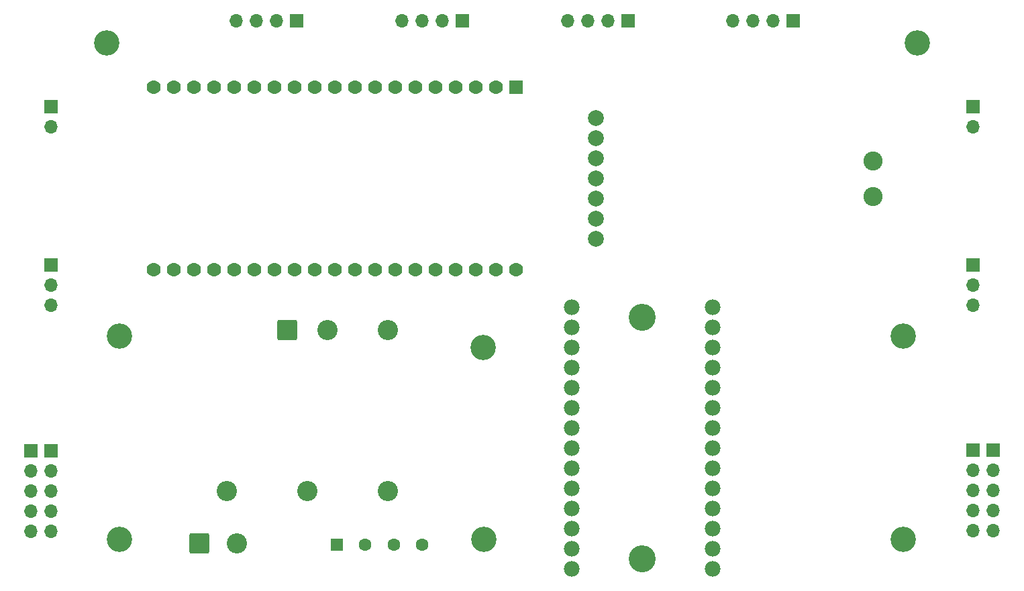
<source format=gbr>
%TF.GenerationSoftware,KiCad,Pcbnew,8.0.6*%
%TF.CreationDate,2025-03-25T20:17:01-07:00*%
%TF.ProjectId,Dash Main,44617368-204d-4616-996e-2e6b69636164,rev?*%
%TF.SameCoordinates,Original*%
%TF.FileFunction,Soldermask,Bot*%
%TF.FilePolarity,Negative*%
%FSLAX46Y46*%
G04 Gerber Fmt 4.6, Leading zero omitted, Abs format (unit mm)*
G04 Created by KiCad (PCBNEW 8.0.6) date 2025-03-25 20:17:01*
%MOMM*%
%LPD*%
G01*
G04 APERTURE LIST*
G04 Aperture macros list*
%AMRoundRect*
0 Rectangle with rounded corners*
0 $1 Rounding radius*
0 $2 $3 $4 $5 $6 $7 $8 $9 X,Y pos of 4 corners*
0 Add a 4 corners polygon primitive as box body*
4,1,4,$2,$3,$4,$5,$6,$7,$8,$9,$2,$3,0*
0 Add four circle primitives for the rounded corners*
1,1,$1+$1,$2,$3*
1,1,$1+$1,$4,$5*
1,1,$1+$1,$6,$7*
1,1,$1+$1,$8,$9*
0 Add four rect primitives between the rounded corners*
20,1,$1+$1,$2,$3,$4,$5,0*
20,1,$1+$1,$4,$5,$6,$7,0*
20,1,$1+$1,$6,$7,$8,$9,0*
20,1,$1+$1,$8,$9,$2,$3,0*%
G04 Aperture macros list end*
%ADD10R,1.700000X1.700000*%
%ADD11O,1.700000X1.700000*%
%ADD12RoundRect,0.102000X-0.780000X0.780000X-0.780000X-0.780000X0.780000X-0.780000X0.780000X0.780000X0*%
%ADD13C,1.764000*%
%ADD14C,3.200000*%
%ADD15C,1.981200*%
%ADD16C,3.403200*%
%ADD17C,2.004000*%
%ADD18C,2.404000*%
%ADD19RoundRect,0.249999X-1.025001X-1.025001X1.025001X-1.025001X1.025001X1.025001X-1.025001X1.025001X0*%
%ADD20C,2.550000*%
%ADD21RoundRect,0.250000X-0.550000X-0.550000X0.550000X-0.550000X0.550000X0.550000X-0.550000X0.550000X0*%
%ADD22C,1.600000*%
%ADD23RoundRect,0.249999X1.025001X1.025001X-1.025001X1.025001X-1.025001X-1.025001X1.025001X-1.025001X0*%
G04 APERTURE END LIST*
D10*
%TO.C,J11-1*%
X190615000Y-82567500D03*
D11*
X190615000Y-85107500D03*
X190615000Y-87647500D03*
X190615000Y-90187500D03*
X190615000Y-92727500D03*
%TD*%
D10*
%TO.C,J6*%
X126166667Y-28320000D03*
D11*
X123626667Y-28320000D03*
X121086667Y-28320000D03*
X118546667Y-28320000D03*
%TD*%
D12*
%TO.C,UNIT_2*%
X132980000Y-36740000D03*
D13*
X130440000Y-36740000D03*
X127900000Y-36740000D03*
X125360000Y-36740000D03*
X122820000Y-36740000D03*
X120280000Y-36740000D03*
X117740000Y-36740000D03*
X115200000Y-36740000D03*
X112660000Y-36740000D03*
X110120000Y-36740000D03*
X107580000Y-36740000D03*
X105040000Y-36740000D03*
X102500000Y-36740000D03*
X99960000Y-36740000D03*
X97420000Y-36740000D03*
X94880000Y-36740000D03*
X92340000Y-36740000D03*
X89800000Y-36740000D03*
X87260000Y-36740000D03*
X132960000Y-59780000D03*
X130420000Y-59780000D03*
X127880000Y-59780000D03*
X125340000Y-59780000D03*
X122800000Y-59780000D03*
X120260000Y-59780000D03*
X117720000Y-59780000D03*
X115180000Y-59780000D03*
X112640000Y-59780000D03*
X110100000Y-59780000D03*
X107560000Y-59780000D03*
X105020000Y-59780000D03*
X102480000Y-59780000D03*
X99940000Y-59780000D03*
X97400000Y-59780000D03*
X94860000Y-59780000D03*
X92320000Y-59780000D03*
X89780000Y-59780000D03*
X87240000Y-59780000D03*
%TD*%
D14*
%TO.C,REF\u002A\u002A*%
X128900000Y-93800000D03*
%TD*%
D10*
%TO.C,J1-2*%
X74300000Y-82575000D03*
D11*
X74300000Y-85115000D03*
X74300000Y-87655000D03*
X74300000Y-90195000D03*
X74300000Y-92735000D03*
%TD*%
D14*
%TO.C,REF\u002A\u002A*%
X82900000Y-68100000D03*
%TD*%
D10*
%TO.C,J8*%
X167933334Y-28320000D03*
D11*
X165393334Y-28320000D03*
X162853334Y-28320000D03*
X160313334Y-28320000D03*
%TD*%
D10*
%TO.C,J4*%
X74300000Y-39145000D03*
D11*
X74300000Y-41685000D03*
%TD*%
D14*
%TO.C,REF\u002A\u002A*%
X128800000Y-69600000D03*
%TD*%
%TO.C,REF\u002A\u002A*%
X81300000Y-31159371D03*
%TD*%
%TO.C,REF\u002A\u002A*%
X181800000Y-68100000D03*
%TD*%
%TO.C,REF\u002A\u002A*%
X183600000Y-31159371D03*
%TD*%
D10*
%TO.C,J5*%
X105283334Y-28320000D03*
D11*
X102743334Y-28320000D03*
X100203334Y-28320000D03*
X97663334Y-28320000D03*
%TD*%
D10*
%TO.C,J10*%
X190640000Y-59172500D03*
D11*
X190640000Y-61712500D03*
X190640000Y-64252500D03*
%TD*%
D10*
%TO.C,J2*%
X74300000Y-59165000D03*
D11*
X74300000Y-61705000D03*
X74300000Y-64245000D03*
%TD*%
D15*
%TO.C,U1*%
X139970000Y-64520000D03*
X139970000Y-67060000D03*
X139970000Y-69600000D03*
X139970000Y-72140000D03*
X139970000Y-74680000D03*
X139970000Y-77220000D03*
X139970000Y-79760000D03*
X139970000Y-82300000D03*
X139970000Y-84840000D03*
X139970000Y-87380000D03*
X139970000Y-89920000D03*
X139970000Y-92460000D03*
X139970000Y-95000000D03*
X139970000Y-97540000D03*
X157750000Y-97540000D03*
X157750000Y-95000000D03*
X157750000Y-92460000D03*
X157750000Y-89920000D03*
X157750000Y-87380000D03*
X157750000Y-84840000D03*
X157750000Y-82300000D03*
X157750000Y-79760000D03*
X157750000Y-77220000D03*
X157750000Y-74680000D03*
X157750000Y-72140000D03*
X157750000Y-69600000D03*
X157750000Y-67060000D03*
X157750000Y-64520000D03*
D16*
X148860000Y-65790000D03*
X148860000Y-96270000D03*
%TD*%
D10*
%TO.C,J11-2*%
X193155000Y-82567500D03*
D11*
X193155000Y-85107500D03*
X193155000Y-87647500D03*
X193155000Y-90187500D03*
X193155000Y-92727500D03*
%TD*%
D10*
%TO.C,J9*%
X190640000Y-39152500D03*
D11*
X190640000Y-41692500D03*
%TD*%
D10*
%TO.C,J7*%
X147050000Y-28320000D03*
D11*
X144510000Y-28320000D03*
X141970000Y-28320000D03*
X139430000Y-28320000D03*
%TD*%
D10*
%TO.C,J1-1*%
X71760000Y-82575000D03*
D11*
X71760000Y-85115000D03*
X71760000Y-87655000D03*
X71760000Y-90195000D03*
X71760000Y-92735000D03*
%TD*%
D14*
%TO.C,REF\u002A\u002A*%
X181800000Y-93800000D03*
%TD*%
%TO.C,REF\u002A\u002A*%
X82900000Y-93800000D03*
%TD*%
D17*
%TO.C,UNIT_1*%
X142980000Y-40640000D03*
X142980000Y-43180000D03*
X142980000Y-45720000D03*
X142980000Y-48260000D03*
X142980000Y-50800000D03*
X142980000Y-53340000D03*
X142980000Y-55880000D03*
D18*
X177960000Y-46020000D03*
X177960000Y-50520000D03*
%TD*%
D19*
%TO.C,J12*%
X92960000Y-94300000D03*
D20*
X97760000Y-94300000D03*
%TD*%
D21*
%TO.C,J1*%
X110300000Y-94500000D03*
D22*
X113900000Y-94500000D03*
X117500000Y-94500000D03*
X121100000Y-94500000D03*
%TD*%
D23*
%TO.C,U2*%
X104070000Y-67360000D03*
D20*
X109160000Y-67360000D03*
X96460000Y-87670000D03*
X106620000Y-87670000D03*
X116780000Y-87670000D03*
X116780000Y-67360000D03*
%TD*%
M02*

</source>
